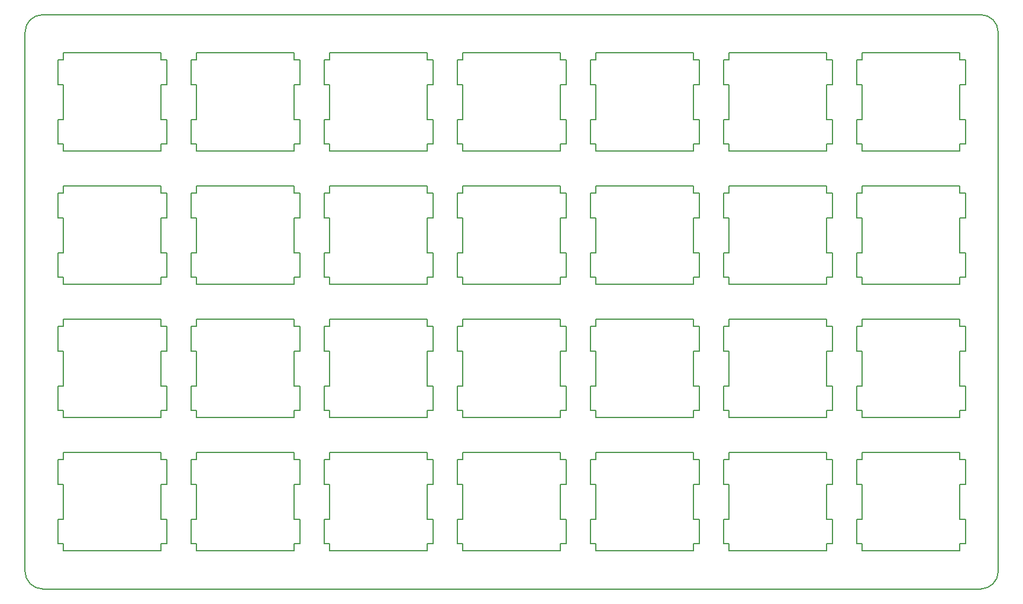
<source format=gm1>
%TF.GenerationSoftware,KiCad,Pcbnew,5.1.2*%
%TF.CreationDate,2019-07-26T18:53:40+02:00*%
%TF.ProjectId,plate,706c6174-652e-46b6-9963-61645f706362,rev?*%
%TF.SameCoordinates,Original*%
%TF.FileFunction,Profile,NP*%
%FSLAX46Y46*%
G04 Gerber Fmt 4.6, Leading zero omitted, Abs format (unit mm)*
G04 Created by KiCad (PCBNEW 5.1.2) date 2019-07-26 18:53:40*
%MOMM*%
%LPD*%
G04 APERTURE LIST*
%ADD10C,0.200000*%
G04 APERTURE END LIST*
D10*
X121300000Y-7000000D02*
X107300000Y-7000000D01*
X121300000Y-6000000D02*
X121300000Y-7000000D01*
X107300000Y-7000000D02*
X107300000Y-6000000D01*
X122100000Y-6000000D02*
X121300000Y-6000000D01*
X107300000Y-6000000D02*
X106500000Y-6000000D01*
X122100000Y-2500000D02*
X122100000Y-6000000D01*
X106500000Y-6000000D02*
X106500000Y-2500000D01*
X121300000Y-2500000D02*
X122100000Y-2500000D01*
X106500000Y-2500000D02*
X107300000Y-2500000D01*
X121300000Y2500000D02*
X121300000Y-2500000D01*
X107300000Y-2500000D02*
X107300000Y2500000D01*
X122100000Y2500000D02*
X121300000Y2500000D01*
X107300000Y2500000D02*
X106500000Y2500000D01*
X122100000Y6000000D02*
X122100000Y2500000D01*
X106500000Y2500000D02*
X106500000Y6000000D01*
X121300000Y6000000D02*
X122100000Y6000000D01*
X106500000Y6000000D02*
X107300000Y6000000D01*
X121300000Y7000000D02*
X121300000Y6000000D01*
X107300000Y6000000D02*
X107300000Y7000000D01*
X107300000Y7000000D02*
X121300000Y7000000D01*
X107300000Y63150000D02*
X107300000Y64150000D01*
X106500000Y63150000D02*
X107300000Y63150000D01*
X106500000Y59650000D02*
X106500000Y63150000D01*
X107300000Y59650000D02*
X106500000Y59650000D01*
X107300000Y54650000D02*
X107300000Y59650000D01*
X106500000Y54650000D02*
X107300000Y54650000D01*
X106500000Y51150000D02*
X106500000Y54650000D01*
X107300000Y51150000D02*
X106500000Y51150000D01*
X107300000Y50150000D02*
X107300000Y51150000D01*
X121300000Y50150000D02*
X107300000Y50150000D01*
X121300000Y51150000D02*
X121300000Y50150000D01*
X122100000Y51150000D02*
X121300000Y51150000D01*
X122100000Y54650000D02*
X122100000Y51150000D01*
X121300000Y54650000D02*
X122100000Y54650000D01*
X121300000Y59650000D02*
X121300000Y54650000D01*
X122100000Y59650000D02*
X121300000Y59650000D01*
X122100000Y63150000D02*
X122100000Y59650000D01*
X121300000Y63150000D02*
X122100000Y63150000D01*
X121300000Y64150000D02*
X121300000Y63150000D01*
X107300000Y64150000D02*
X121300000Y64150000D01*
X121300000Y31100000D02*
X107300000Y31100000D01*
X121300000Y32100000D02*
X121300000Y31100000D01*
X107300000Y31100000D02*
X107300000Y32100000D01*
X122100000Y32100000D02*
X121300000Y32100000D01*
X107300000Y32100000D02*
X106500000Y32100000D01*
X122100000Y35600000D02*
X122100000Y32100000D01*
X106500000Y32100000D02*
X106500000Y35600000D01*
X121300000Y35600000D02*
X122100000Y35600000D01*
X106500000Y35600000D02*
X107300000Y35600000D01*
X121300000Y40600000D02*
X121300000Y35600000D01*
X107300000Y35600000D02*
X107300000Y40600000D01*
X122100000Y40600000D02*
X121300000Y40600000D01*
X107300000Y40600000D02*
X106500000Y40600000D01*
X122100000Y44100000D02*
X122100000Y40600000D01*
X106500000Y40600000D02*
X106500000Y44100000D01*
X121300000Y44100000D02*
X122100000Y44100000D01*
X106500000Y44100000D02*
X107300000Y44100000D01*
X121300000Y45100000D02*
X121300000Y44100000D01*
X107300000Y44100000D02*
X107300000Y45100000D01*
X107300000Y45100000D02*
X121300000Y45100000D01*
X121300000Y12050000D02*
X107300000Y12050000D01*
X121300000Y13050000D02*
X121300000Y12050000D01*
X107300000Y12050000D02*
X107300000Y13050000D01*
X122100000Y13050000D02*
X121300000Y13050000D01*
X107300000Y13050000D02*
X106500000Y13050000D01*
X122100000Y16550000D02*
X122100000Y13050000D01*
X106500000Y13050000D02*
X106500000Y16550000D01*
X121300000Y16550000D02*
X122100000Y16550000D01*
X106500000Y16550000D02*
X107300000Y16550000D01*
X121300000Y21550000D02*
X121300000Y16550000D01*
X107300000Y16550000D02*
X107300000Y21550000D01*
X122100000Y21550000D02*
X121300000Y21550000D01*
X107300000Y21550000D02*
X106500000Y21550000D01*
X122100000Y25050000D02*
X122100000Y21550000D01*
X106500000Y21550000D02*
X106500000Y25050000D01*
X121300000Y25050000D02*
X122100000Y25050000D01*
X106500000Y25050000D02*
X107300000Y25050000D01*
X121300000Y26050000D02*
X121300000Y25050000D01*
X107300000Y25050000D02*
X107300000Y26050000D01*
X107300000Y26050000D02*
X121300000Y26050000D01*
X7000000Y50150000D02*
X-7000000Y50150000D01*
X7000000Y51150000D02*
X7000000Y50150000D01*
X-7000000Y50150000D02*
X-7000000Y51150000D01*
X7800000Y51150000D02*
X7000000Y51150000D01*
X-7000000Y51150000D02*
X-7800000Y51150000D01*
X7800000Y54650000D02*
X7800000Y51150000D01*
X-7800000Y51150000D02*
X-7800000Y54650000D01*
X7000000Y54650000D02*
X7800000Y54650000D01*
X-7800000Y54650000D02*
X-7000000Y54650000D01*
X7000000Y59650000D02*
X7000000Y54650000D01*
X-7000000Y54650000D02*
X-7000000Y59650000D01*
X7800000Y59650000D02*
X7000000Y59650000D01*
X-7000000Y59650000D02*
X-7800000Y59650000D01*
X7800000Y63150000D02*
X7800000Y59650000D01*
X-7800000Y59650000D02*
X-7800000Y63150000D01*
X7000000Y63150000D02*
X7800000Y63150000D01*
X-7800000Y63150000D02*
X-7000000Y63150000D01*
X7000000Y64150000D02*
X7000000Y63150000D01*
X-7000000Y63150000D02*
X-7000000Y64150000D01*
X-7000000Y64150000D02*
X7000000Y64150000D01*
X7000000Y31100000D02*
X-7000000Y31100000D01*
X7000000Y32100000D02*
X7000000Y31100000D01*
X-7000000Y31100000D02*
X-7000000Y32100000D01*
X7800000Y32100000D02*
X7000000Y32100000D01*
X-7000000Y32100000D02*
X-7800000Y32100000D01*
X7800000Y35600000D02*
X7800000Y32100000D01*
X-7800000Y32100000D02*
X-7800000Y35600000D01*
X7000000Y35600000D02*
X7800000Y35600000D01*
X-7800000Y35600000D02*
X-7000000Y35600000D01*
X7000000Y40600000D02*
X7000000Y35600000D01*
X-7000000Y35600000D02*
X-7000000Y40600000D01*
X7800000Y40600000D02*
X7000000Y40600000D01*
X-7000000Y40600000D02*
X-7800000Y40600000D01*
X7800000Y44100000D02*
X7800000Y40600000D01*
X-7800000Y40600000D02*
X-7800000Y44100000D01*
X7000000Y44100000D02*
X7800000Y44100000D01*
X-7800000Y44100000D02*
X-7000000Y44100000D01*
X7000000Y45100000D02*
X7000000Y44100000D01*
X-7000000Y44100000D02*
X-7000000Y45100000D01*
X-7000000Y45100000D02*
X7000000Y45100000D01*
X7000000Y12050000D02*
X-7000000Y12050000D01*
X7000000Y13050000D02*
X7000000Y12050000D01*
X-7000000Y12050000D02*
X-7000000Y13050000D01*
X7800000Y13050000D02*
X7000000Y13050000D01*
X-7000000Y13050000D02*
X-7800000Y13050000D01*
X7800000Y16550000D02*
X7800000Y13050000D01*
X-7800000Y13050000D02*
X-7800000Y16550000D01*
X7000000Y16550000D02*
X7800000Y16550000D01*
X-7800000Y16550000D02*
X-7000000Y16550000D01*
X7000000Y21550000D02*
X7000000Y16550000D01*
X-7000000Y16550000D02*
X-7000000Y21550000D01*
X7800000Y21550000D02*
X7000000Y21550000D01*
X-7000000Y21550000D02*
X-7800000Y21550000D01*
X7800000Y25050000D02*
X7800000Y21550000D01*
X-7800000Y21550000D02*
X-7800000Y25050000D01*
X7000000Y25050000D02*
X7800000Y25050000D01*
X-7800000Y25050000D02*
X-7000000Y25050000D01*
X7000000Y26050000D02*
X7000000Y25050000D01*
X-7000000Y25050000D02*
X-7000000Y26050000D01*
X-7000000Y26050000D02*
X7000000Y26050000D01*
X7000000Y-7000000D02*
X-7000000Y-7000000D01*
X7000000Y-6000000D02*
X7000000Y-7000000D01*
X-7000000Y-7000000D02*
X-7000000Y-6000000D01*
X7800000Y-6000000D02*
X7000000Y-6000000D01*
X-7000000Y-6000000D02*
X-7800000Y-6000000D01*
X7800000Y-2500000D02*
X7800000Y-6000000D01*
X-7800000Y-6000000D02*
X-7800000Y-2500000D01*
X7000000Y-2500000D02*
X7800000Y-2500000D01*
X-7800000Y-2500000D02*
X-7000000Y-2500000D01*
X7000000Y2500000D02*
X7000000Y-2500000D01*
X-7000000Y-2500000D02*
X-7000000Y2500000D01*
X7800000Y2500000D02*
X7000000Y2500000D01*
X-7000000Y2500000D02*
X-7800000Y2500000D01*
X7800000Y6000000D02*
X7800000Y2500000D01*
X-7800000Y2500000D02*
X-7800000Y6000000D01*
X7000000Y6000000D02*
X7800000Y6000000D01*
X-7800000Y6000000D02*
X-7000000Y6000000D01*
X7000000Y7000000D02*
X7000000Y6000000D01*
X-7000000Y6000000D02*
X-7000000Y7000000D01*
X-7000000Y7000000D02*
X7000000Y7000000D01*
X26050000Y50150000D02*
X12050000Y50150000D01*
X26050000Y51150000D02*
X26050000Y50150000D01*
X12050000Y50150000D02*
X12050000Y51150000D01*
X26850000Y51150000D02*
X26050000Y51150000D01*
X12050000Y51150000D02*
X11250000Y51150000D01*
X26850000Y54650000D02*
X26850000Y51150000D01*
X11250000Y51150000D02*
X11250000Y54650000D01*
X26050000Y54650000D02*
X26850000Y54650000D01*
X11250000Y54650000D02*
X12050000Y54650000D01*
X26050000Y59650000D02*
X26050000Y54650000D01*
X12050000Y54650000D02*
X12050000Y59650000D01*
X26850000Y59650000D02*
X26050000Y59650000D01*
X12050000Y59650000D02*
X11250000Y59650000D01*
X26850000Y63150000D02*
X26850000Y59650000D01*
X11250000Y59650000D02*
X11250000Y63150000D01*
X26050000Y63150000D02*
X26850000Y63150000D01*
X11250000Y63150000D02*
X12050000Y63150000D01*
X26050000Y64150000D02*
X26050000Y63150000D01*
X12050000Y63150000D02*
X12050000Y64150000D01*
X12050000Y64150000D02*
X26050000Y64150000D01*
X45100000Y50150000D02*
X31100000Y50150000D01*
X45100000Y51150000D02*
X45100000Y50150000D01*
X31100000Y50150000D02*
X31100000Y51150000D01*
X45900000Y51150000D02*
X45100000Y51150000D01*
X31100000Y51150000D02*
X30300000Y51150000D01*
X45900000Y54650000D02*
X45900000Y51150000D01*
X30300000Y51150000D02*
X30300000Y54650000D01*
X45100000Y54650000D02*
X45900000Y54650000D01*
X30300000Y54650000D02*
X31100000Y54650000D01*
X45100000Y59650000D02*
X45100000Y54650000D01*
X31100000Y54650000D02*
X31100000Y59650000D01*
X45900000Y59650000D02*
X45100000Y59650000D01*
X31100000Y59650000D02*
X30300000Y59650000D01*
X45900000Y63150000D02*
X45900000Y59650000D01*
X30300000Y59650000D02*
X30300000Y63150000D01*
X45100000Y63150000D02*
X45900000Y63150000D01*
X30300000Y63150000D02*
X31100000Y63150000D01*
X45100000Y64150000D02*
X45100000Y63150000D01*
X31100000Y63150000D02*
X31100000Y64150000D01*
X31100000Y64150000D02*
X45100000Y64150000D01*
X83200000Y50150000D02*
X69200000Y50150000D01*
X83200000Y51150000D02*
X83200000Y50150000D01*
X69200000Y50150000D02*
X69200000Y51150000D01*
X84000000Y51150000D02*
X83200000Y51150000D01*
X69200000Y51150000D02*
X68400000Y51150000D01*
X84000000Y54650000D02*
X84000000Y51150000D01*
X68400000Y51150000D02*
X68400000Y54650000D01*
X83200000Y54650000D02*
X84000000Y54650000D01*
X68400000Y54650000D02*
X69200000Y54650000D01*
X83200000Y59650000D02*
X83200000Y54650000D01*
X69200000Y54650000D02*
X69200000Y59650000D01*
X84000000Y59650000D02*
X83200000Y59650000D01*
X69200000Y59650000D02*
X68400000Y59650000D01*
X84000000Y63150000D02*
X84000000Y59650000D01*
X68400000Y59650000D02*
X68400000Y63150000D01*
X83200000Y63150000D02*
X84000000Y63150000D01*
X68400000Y63150000D02*
X69200000Y63150000D01*
X83200000Y64150000D02*
X83200000Y63150000D01*
X69200000Y63150000D02*
X69200000Y64150000D01*
X69200000Y64150000D02*
X83200000Y64150000D01*
X102250000Y50150000D02*
X88250000Y50150000D01*
X102250000Y51150000D02*
X102250000Y50150000D01*
X88250000Y50150000D02*
X88250000Y51150000D01*
X103050000Y51150000D02*
X102250000Y51150000D01*
X88250000Y51150000D02*
X87450000Y51150000D01*
X103050000Y54650000D02*
X103050000Y51150000D01*
X87450000Y51150000D02*
X87450000Y54650000D01*
X102250000Y54650000D02*
X103050000Y54650000D01*
X87450000Y54650000D02*
X88250000Y54650000D01*
X102250000Y59650000D02*
X102250000Y54650000D01*
X88250000Y54650000D02*
X88250000Y59650000D01*
X103050000Y59650000D02*
X102250000Y59650000D01*
X88250000Y59650000D02*
X87450000Y59650000D01*
X103050000Y63150000D02*
X103050000Y59650000D01*
X87450000Y59650000D02*
X87450000Y63150000D01*
X102250000Y63150000D02*
X103050000Y63150000D01*
X87450000Y63150000D02*
X88250000Y63150000D01*
X102250000Y64150000D02*
X102250000Y63150000D01*
X88250000Y63150000D02*
X88250000Y64150000D01*
X88250000Y64150000D02*
X102250000Y64150000D01*
X64150000Y50150000D02*
X50150000Y50150000D01*
X64150000Y51150000D02*
X64150000Y50150000D01*
X50150000Y50150000D02*
X50150000Y51150000D01*
X64950000Y51150000D02*
X64150000Y51150000D01*
X50150000Y51150000D02*
X49350000Y51150000D01*
X64950000Y54650000D02*
X64950000Y51150000D01*
X49350000Y51150000D02*
X49350000Y54650000D01*
X64150000Y54650000D02*
X64950000Y54650000D01*
X49350000Y54650000D02*
X50150000Y54650000D01*
X64150000Y59650000D02*
X64150000Y54650000D01*
X50150000Y54650000D02*
X50150000Y59650000D01*
X64950000Y59650000D02*
X64150000Y59650000D01*
X50150000Y59650000D02*
X49350000Y59650000D01*
X64950000Y63150000D02*
X64950000Y59650000D01*
X49350000Y59650000D02*
X49350000Y63150000D01*
X64150000Y63150000D02*
X64950000Y63150000D01*
X49350000Y63150000D02*
X50150000Y63150000D01*
X64150000Y64150000D02*
X64150000Y63150000D01*
X50150000Y63150000D02*
X50150000Y64150000D01*
X50150000Y64150000D02*
X64150000Y64150000D01*
X64150000Y-7000000D02*
X50150000Y-7000000D01*
X64150000Y-6000000D02*
X64150000Y-7000000D01*
X50150000Y-7000000D02*
X50150000Y-6000000D01*
X64950000Y-6000000D02*
X64150000Y-6000000D01*
X50150000Y-6000000D02*
X49350000Y-6000000D01*
X64950000Y-2500000D02*
X64950000Y-6000000D01*
X49350000Y-6000000D02*
X49350000Y-2500000D01*
X64150000Y-2500000D02*
X64950000Y-2500000D01*
X49350000Y-2500000D02*
X50150000Y-2500000D01*
X64150000Y2500000D02*
X64150000Y-2500000D01*
X50150000Y-2500000D02*
X50150000Y2500000D01*
X64950000Y2500000D02*
X64150000Y2500000D01*
X50150000Y2500000D02*
X49350000Y2500000D01*
X64950000Y6000000D02*
X64950000Y2500000D01*
X49350000Y2500000D02*
X49350000Y6000000D01*
X64150000Y6000000D02*
X64950000Y6000000D01*
X49350000Y6000000D02*
X50150000Y6000000D01*
X64150000Y7000000D02*
X64150000Y6000000D01*
X50150000Y6000000D02*
X50150000Y7000000D01*
X50150000Y7000000D02*
X64150000Y7000000D01*
X64150000Y12050000D02*
X50150000Y12050000D01*
X64150000Y13050000D02*
X64150000Y12050000D01*
X50150000Y12050000D02*
X50150000Y13050000D01*
X64950000Y13050000D02*
X64150000Y13050000D01*
X50150000Y13050000D02*
X49350000Y13050000D01*
X64950000Y16550000D02*
X64950000Y13050000D01*
X49350000Y13050000D02*
X49350000Y16550000D01*
X64150000Y16550000D02*
X64950000Y16550000D01*
X49350000Y16550000D02*
X50150000Y16550000D01*
X64150000Y21550000D02*
X64150000Y16550000D01*
X50150000Y16550000D02*
X50150000Y21550000D01*
X64950000Y21550000D02*
X64150000Y21550000D01*
X50150000Y21550000D02*
X49350000Y21550000D01*
X64950000Y25050000D02*
X64950000Y21550000D01*
X49350000Y21550000D02*
X49350000Y25050000D01*
X64150000Y25050000D02*
X64950000Y25050000D01*
X49350000Y25050000D02*
X50150000Y25050000D01*
X64150000Y26050000D02*
X64150000Y25050000D01*
X50150000Y25050000D02*
X50150000Y26050000D01*
X50150000Y26050000D02*
X64150000Y26050000D01*
X64150000Y31100000D02*
X50150000Y31100000D01*
X64150000Y32100000D02*
X64150000Y31100000D01*
X50150000Y31100000D02*
X50150000Y32100000D01*
X64950000Y32100000D02*
X64150000Y32100000D01*
X50150000Y32100000D02*
X49350000Y32100000D01*
X64950000Y35600000D02*
X64950000Y32100000D01*
X49350000Y32100000D02*
X49350000Y35600000D01*
X64150000Y35600000D02*
X64950000Y35600000D01*
X49350000Y35600000D02*
X50150000Y35600000D01*
X64150000Y40600000D02*
X64150000Y35600000D01*
X50150000Y35600000D02*
X50150000Y40600000D01*
X64950000Y40600000D02*
X64150000Y40600000D01*
X50150000Y40600000D02*
X49350000Y40600000D01*
X64950000Y44100000D02*
X64950000Y40600000D01*
X49350000Y40600000D02*
X49350000Y44100000D01*
X64150000Y44100000D02*
X64950000Y44100000D01*
X49350000Y44100000D02*
X50150000Y44100000D01*
X64150000Y45100000D02*
X64150000Y44100000D01*
X50150000Y44100000D02*
X50150000Y45100000D01*
X50150000Y45100000D02*
X64150000Y45100000D01*
X45100000Y31100000D02*
X31100000Y31100000D01*
X45100000Y32100000D02*
X45100000Y31100000D01*
X31100000Y31100000D02*
X31100000Y32100000D01*
X45900000Y32100000D02*
X45100000Y32100000D01*
X31100000Y32100000D02*
X30300000Y32100000D01*
X45900000Y35600000D02*
X45900000Y32100000D01*
X30300000Y32100000D02*
X30300000Y35600000D01*
X45100000Y35600000D02*
X45900000Y35600000D01*
X30300000Y35600000D02*
X31100000Y35600000D01*
X45100000Y40600000D02*
X45100000Y35600000D01*
X31100000Y35600000D02*
X31100000Y40600000D01*
X45900000Y40600000D02*
X45100000Y40600000D01*
X31100000Y40600000D02*
X30300000Y40600000D01*
X45900000Y44100000D02*
X45900000Y40600000D01*
X30300000Y40600000D02*
X30300000Y44100000D01*
X45100000Y44100000D02*
X45900000Y44100000D01*
X30300000Y44100000D02*
X31100000Y44100000D01*
X45100000Y45100000D02*
X45100000Y44100000D01*
X31100000Y44100000D02*
X31100000Y45100000D01*
X31100000Y45100000D02*
X45100000Y45100000D01*
X26050000Y31100000D02*
X12050000Y31100000D01*
X26050000Y32100000D02*
X26050000Y31100000D01*
X12050000Y31100000D02*
X12050000Y32100000D01*
X26850000Y32100000D02*
X26050000Y32100000D01*
X12050000Y32100000D02*
X11250000Y32100000D01*
X26850000Y35600000D02*
X26850000Y32100000D01*
X11250000Y32100000D02*
X11250000Y35600000D01*
X26050000Y35600000D02*
X26850000Y35600000D01*
X11250000Y35600000D02*
X12050000Y35600000D01*
X26050000Y40600000D02*
X26050000Y35600000D01*
X12050000Y35600000D02*
X12050000Y40600000D01*
X26850000Y40600000D02*
X26050000Y40600000D01*
X12050000Y40600000D02*
X11250000Y40600000D01*
X26850000Y44100000D02*
X26850000Y40600000D01*
X11250000Y40600000D02*
X11250000Y44100000D01*
X26050000Y44100000D02*
X26850000Y44100000D01*
X11250000Y44100000D02*
X12050000Y44100000D01*
X26050000Y45100000D02*
X26050000Y44100000D01*
X12050000Y44100000D02*
X12050000Y45100000D01*
X12050000Y45100000D02*
X26050000Y45100000D01*
X45100000Y12050000D02*
X31100000Y12050000D01*
X45100000Y13050000D02*
X45100000Y12050000D01*
X31100000Y12050000D02*
X31100000Y13050000D01*
X45900000Y13050000D02*
X45100000Y13050000D01*
X31100000Y13050000D02*
X30300000Y13050000D01*
X45900000Y16550000D02*
X45900000Y13050000D01*
X30300000Y13050000D02*
X30300000Y16550000D01*
X45100000Y16550000D02*
X45900000Y16550000D01*
X30300000Y16550000D02*
X31100000Y16550000D01*
X45100000Y21550000D02*
X45100000Y16550000D01*
X31100000Y16550000D02*
X31100000Y21550000D01*
X45900000Y21550000D02*
X45100000Y21550000D01*
X31100000Y21550000D02*
X30300000Y21550000D01*
X45900000Y25050000D02*
X45900000Y21550000D01*
X30300000Y21550000D02*
X30300000Y25050000D01*
X45100000Y25050000D02*
X45900000Y25050000D01*
X30300000Y25050000D02*
X31100000Y25050000D01*
X45100000Y26050000D02*
X45100000Y25050000D01*
X31100000Y25050000D02*
X31100000Y26050000D01*
X31100000Y26050000D02*
X45100000Y26050000D01*
X26050000Y12050000D02*
X12050000Y12050000D01*
X26050000Y13050000D02*
X26050000Y12050000D01*
X12050000Y12050000D02*
X12050000Y13050000D01*
X26850000Y13050000D02*
X26050000Y13050000D01*
X12050000Y13050000D02*
X11250000Y13050000D01*
X26850000Y16550000D02*
X26850000Y13050000D01*
X11250000Y13050000D02*
X11250000Y16550000D01*
X26050000Y16550000D02*
X26850000Y16550000D01*
X11250000Y16550000D02*
X12050000Y16550000D01*
X26050000Y21550000D02*
X26050000Y16550000D01*
X12050000Y16550000D02*
X12050000Y21550000D01*
X26850000Y21550000D02*
X26050000Y21550000D01*
X12050000Y21550000D02*
X11250000Y21550000D01*
X26850000Y25050000D02*
X26850000Y21550000D01*
X11250000Y21550000D02*
X11250000Y25050000D01*
X26050000Y25050000D02*
X26850000Y25050000D01*
X11250000Y25050000D02*
X12050000Y25050000D01*
X26050000Y26050000D02*
X26050000Y25050000D01*
X12050000Y25050000D02*
X12050000Y26050000D01*
X12050000Y26050000D02*
X26050000Y26050000D01*
X45100000Y-7000000D02*
X31100000Y-7000000D01*
X45100000Y-6000000D02*
X45100000Y-7000000D01*
X31100000Y-7000000D02*
X31100000Y-6000000D01*
X45900000Y-6000000D02*
X45100000Y-6000000D01*
X31100000Y-6000000D02*
X30300000Y-6000000D01*
X45900000Y-2500000D02*
X45900000Y-6000000D01*
X30300000Y-6000000D02*
X30300000Y-2500000D01*
X45100000Y-2500000D02*
X45900000Y-2500000D01*
X30300000Y-2500000D02*
X31100000Y-2500000D01*
X45100000Y2500000D02*
X45100000Y-2500000D01*
X31100000Y-2500000D02*
X31100000Y2500000D01*
X45900000Y2500000D02*
X45100000Y2500000D01*
X31100000Y2500000D02*
X30300000Y2500000D01*
X45900000Y6000000D02*
X45900000Y2500000D01*
X30300000Y2500000D02*
X30300000Y6000000D01*
X45100000Y6000000D02*
X45900000Y6000000D01*
X30300000Y6000000D02*
X31100000Y6000000D01*
X45100000Y7000000D02*
X45100000Y6000000D01*
X31100000Y6000000D02*
X31100000Y7000000D01*
X31100000Y7000000D02*
X45100000Y7000000D01*
X26050000Y-7000000D02*
X12050000Y-7000000D01*
X26050000Y-6000000D02*
X26050000Y-7000000D01*
X12050000Y-7000000D02*
X12050000Y-6000000D01*
X26850000Y-6000000D02*
X26050000Y-6000000D01*
X12050000Y-6000000D02*
X11250000Y-6000000D01*
X26850000Y-2500000D02*
X26850000Y-6000000D01*
X11250000Y-6000000D02*
X11250000Y-2500000D01*
X26050000Y-2500000D02*
X26850000Y-2500000D01*
X11250000Y-2500000D02*
X12050000Y-2500000D01*
X26050000Y2500000D02*
X26050000Y-2500000D01*
X12050000Y-2500000D02*
X12050000Y2500000D01*
X26850000Y2500000D02*
X26050000Y2500000D01*
X12050000Y2500000D02*
X11250000Y2500000D01*
X26850000Y6000000D02*
X26850000Y2500000D01*
X11250000Y2500000D02*
X11250000Y6000000D01*
X26050000Y6000000D02*
X26850000Y6000000D01*
X11250000Y6000000D02*
X12050000Y6000000D01*
X26050000Y7000000D02*
X26050000Y6000000D01*
X12050000Y6000000D02*
X12050000Y7000000D01*
X12050000Y7000000D02*
X26050000Y7000000D01*
X83200000Y-7000000D02*
X69200000Y-7000000D01*
X83200000Y-6000000D02*
X83200000Y-7000000D01*
X69200000Y-7000000D02*
X69200000Y-6000000D01*
X84000000Y-6000000D02*
X83200000Y-6000000D01*
X69200000Y-6000000D02*
X68400000Y-6000000D01*
X84000000Y-2500000D02*
X84000000Y-6000000D01*
X68400000Y-6000000D02*
X68400000Y-2500000D01*
X83200000Y-2500000D02*
X84000000Y-2500000D01*
X68400000Y-2500000D02*
X69200000Y-2500000D01*
X83200000Y2500000D02*
X83200000Y-2500000D01*
X69200000Y-2500000D02*
X69200000Y2500000D01*
X84000000Y2500000D02*
X83200000Y2500000D01*
X69200000Y2500000D02*
X68400000Y2500000D01*
X84000000Y6000000D02*
X84000000Y2500000D01*
X68400000Y2500000D02*
X68400000Y6000000D01*
X83200000Y6000000D02*
X84000000Y6000000D01*
X68400000Y6000000D02*
X69200000Y6000000D01*
X83200000Y7000000D02*
X83200000Y6000000D01*
X69200000Y6000000D02*
X69200000Y7000000D01*
X69200000Y7000000D02*
X83200000Y7000000D01*
X102250000Y-7000000D02*
X88250000Y-7000000D01*
X102250000Y-6000000D02*
X102250000Y-7000000D01*
X88250000Y-7000000D02*
X88250000Y-6000000D01*
X103050000Y-6000000D02*
X102250000Y-6000000D01*
X88250000Y-6000000D02*
X87450000Y-6000000D01*
X103050000Y-2500000D02*
X103050000Y-6000000D01*
X87450000Y-6000000D02*
X87450000Y-2500000D01*
X102250000Y-2500000D02*
X103050000Y-2500000D01*
X87450000Y-2500000D02*
X88250000Y-2500000D01*
X102250000Y2500000D02*
X102250000Y-2500000D01*
X88250000Y-2500000D02*
X88250000Y2500000D01*
X103050000Y2500000D02*
X102250000Y2500000D01*
X88250000Y2500000D02*
X87450000Y2500000D01*
X103050000Y6000000D02*
X103050000Y2500000D01*
X87450000Y2500000D02*
X87450000Y6000000D01*
X102250000Y6000000D02*
X103050000Y6000000D01*
X87450000Y6000000D02*
X88250000Y6000000D01*
X102250000Y7000000D02*
X102250000Y6000000D01*
X88250000Y6000000D02*
X88250000Y7000000D01*
X88250000Y7000000D02*
X102250000Y7000000D01*
X83200000Y31100000D02*
X69200000Y31100000D01*
X83200000Y32100000D02*
X83200000Y31100000D01*
X69200000Y31100000D02*
X69200000Y32100000D01*
X84000000Y32100000D02*
X83200000Y32100000D01*
X69200000Y32100000D02*
X68400000Y32100000D01*
X84000000Y35600000D02*
X84000000Y32100000D01*
X68400000Y32100000D02*
X68400000Y35600000D01*
X83200000Y35600000D02*
X84000000Y35600000D01*
X68400000Y35600000D02*
X69200000Y35600000D01*
X83200000Y40600000D02*
X83200000Y35600000D01*
X69200000Y35600000D02*
X69200000Y40600000D01*
X84000000Y40600000D02*
X83200000Y40600000D01*
X69200000Y40600000D02*
X68400000Y40600000D01*
X84000000Y44100000D02*
X84000000Y40600000D01*
X68400000Y40600000D02*
X68400000Y44100000D01*
X83200000Y44100000D02*
X84000000Y44100000D01*
X68400000Y44100000D02*
X69200000Y44100000D01*
X83200000Y45100000D02*
X83200000Y44100000D01*
X69200000Y44100000D02*
X69200000Y45100000D01*
X69200000Y45100000D02*
X83200000Y45100000D01*
X83200000Y12050000D02*
X69200000Y12050000D01*
X83200000Y13050000D02*
X83200000Y12050000D01*
X69200000Y12050000D02*
X69200000Y13050000D01*
X84000000Y13050000D02*
X83200000Y13050000D01*
X69200000Y13050000D02*
X68400000Y13050000D01*
X84000000Y16550000D02*
X84000000Y13050000D01*
X68400000Y13050000D02*
X68400000Y16550000D01*
X83200000Y16550000D02*
X84000000Y16550000D01*
X68400000Y16550000D02*
X69200000Y16550000D01*
X83200000Y21550000D02*
X83200000Y16550000D01*
X69200000Y16550000D02*
X69200000Y21550000D01*
X84000000Y21550000D02*
X83200000Y21550000D01*
X69200000Y21550000D02*
X68400000Y21550000D01*
X84000000Y25050000D02*
X84000000Y21550000D01*
X68400000Y21550000D02*
X68400000Y25050000D01*
X83200000Y25050000D02*
X84000000Y25050000D01*
X68400000Y25050000D02*
X69200000Y25050000D01*
X83200000Y26050000D02*
X83200000Y25050000D01*
X69200000Y25050000D02*
X69200000Y26050000D01*
X69200000Y26050000D02*
X83200000Y26050000D01*
X102250000Y12050000D02*
X88250000Y12050000D01*
X102250000Y13050000D02*
X102250000Y12050000D01*
X88250000Y12050000D02*
X88250000Y13050000D01*
X103050000Y13050000D02*
X102250000Y13050000D01*
X88250000Y13050000D02*
X87450000Y13050000D01*
X103050000Y16550000D02*
X103050000Y13050000D01*
X87450000Y13050000D02*
X87450000Y16550000D01*
X102250000Y16550000D02*
X103050000Y16550000D01*
X87450000Y16550000D02*
X88250000Y16550000D01*
X102250000Y21550000D02*
X102250000Y16550000D01*
X88250000Y16550000D02*
X88250000Y21550000D01*
X103050000Y21550000D02*
X102250000Y21550000D01*
X88250000Y21550000D02*
X87450000Y21550000D01*
X103050000Y25050000D02*
X103050000Y21550000D01*
X87450000Y21550000D02*
X87450000Y25050000D01*
X102250000Y25050000D02*
X103050000Y25050000D01*
X87450000Y25050000D02*
X88250000Y25050000D01*
X102250000Y26050000D02*
X102250000Y25050000D01*
X88250000Y25050000D02*
X88250000Y26050000D01*
X88250000Y26050000D02*
X102250000Y26050000D01*
X102250000Y31100000D02*
X88250000Y31100000D01*
X102250000Y32100000D02*
X102250000Y31100000D01*
X88250000Y31100000D02*
X88250000Y32100000D01*
X103050000Y32100000D02*
X102250000Y32100000D01*
X88250000Y32100000D02*
X87450000Y32100000D01*
X103050000Y35600000D02*
X103050000Y32100000D01*
X87450000Y32100000D02*
X87450000Y35600000D01*
X102250000Y35600000D02*
X103050000Y35600000D01*
X87450000Y35600000D02*
X88250000Y35600000D01*
X102250000Y40600000D02*
X102250000Y35600000D01*
X88250000Y35600000D02*
X88250000Y40600000D01*
X103050000Y40600000D02*
X102250000Y40600000D01*
X88250000Y40600000D02*
X87450000Y40600000D01*
X103050000Y44100000D02*
X103050000Y40600000D01*
X87450000Y40600000D02*
X87450000Y44100000D01*
X102250000Y44100000D02*
X103050000Y44100000D01*
X87450000Y44100000D02*
X88250000Y44100000D01*
X102250000Y45100000D02*
X102250000Y44100000D01*
X88250000Y44100000D02*
X88250000Y45100000D01*
X88250000Y45100000D02*
X102250000Y45100000D01*
X124275000Y-12474999D02*
X-9975000Y-12474999D01*
X126775000Y-9974999D02*
G75*
G02X124275000Y-12474999I-2500000J0D01*
G01*
X-9975000Y-12474999D02*
G75*
G02X-12475000Y-9974999I0J2500000D01*
G01*
X126775000Y67125000D02*
X126775000Y-9974999D01*
X-12475000Y-9974999D02*
X-12475000Y67125000D01*
X124275000Y69625000D02*
G75*
G02X126775000Y67125000I0J-2500000D01*
G01*
X-12475000Y67125000D02*
G75*
G02X-9975000Y69625000I2500000J0D01*
G01*
X-9975000Y69625000D02*
X124275000Y69625000D01*
M02*

</source>
